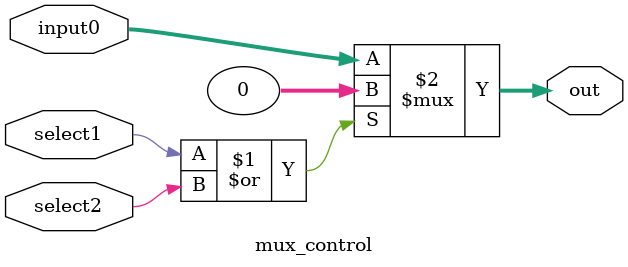
<source format=v>
module mux_control(input0, select1, select2, out);
	input [31:0]	input0;
	input		select1, select2;
	output [31:0]	out;

	assign out = (select1 | select2) ? 32'b0 : input0;
endmodule
</source>
